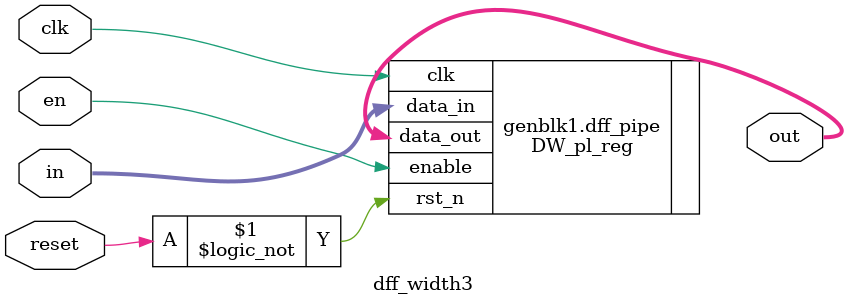
<source format=sv>
/*
 This is a Genesis wrapper of DW pipeline regs with en singal
 */

/* ***************************************************************************
 * Change bar:
 * -----------
 * Date           Author    Description
 * Sep 20, 2012   jingpu    init version
 *
 * ***************************************************************************/

module dff_width3
#(
    parameter WIDTH = 96, // Signal bit widths
    parameter PIPE_DEPTH = 1, // Pipeline depth
    parameter RETIME_STATUS = 0 // Pipeline Is Retimeable
)
(
    input logic [WIDTH - 1:0]  in,
    input logic clk,
    input logic reset,
    input logic en,
    output logic [WIDTH - 1:0] out
);

// Compiler pragmas for retiming
   /* synopsys dc_tcl_script_begin
       set_ungroup [current_design] true
       set_flatten true -effort high -phase true -design [current_design]
       set_dont_retime [current_design] true
       set_optimize_registers false -design [current_design]
    */

generate
if(PIPE_DEPTH > 0) begin

    DW_pl_reg
    #(
        .stages     (PIPE_DEPTH + 1 ),
        .in_reg     (0              ),
        .out_reg    (0              ),
        .width      (WIDTH          ),
        .rst_mode   (0              )
    )
    dff_pipe
    (
        .clk        (clk                ),
        .rst_n      (!reset             ),
        .data_in    (in                 ),
        .data_out   (out                ),
        .enable     ({PIPE_DEPTH{en}})
    );

end 
else begin
    assign out = in & (~{WIDTH{reset}});
end
endgenerate

endmodule

</source>
